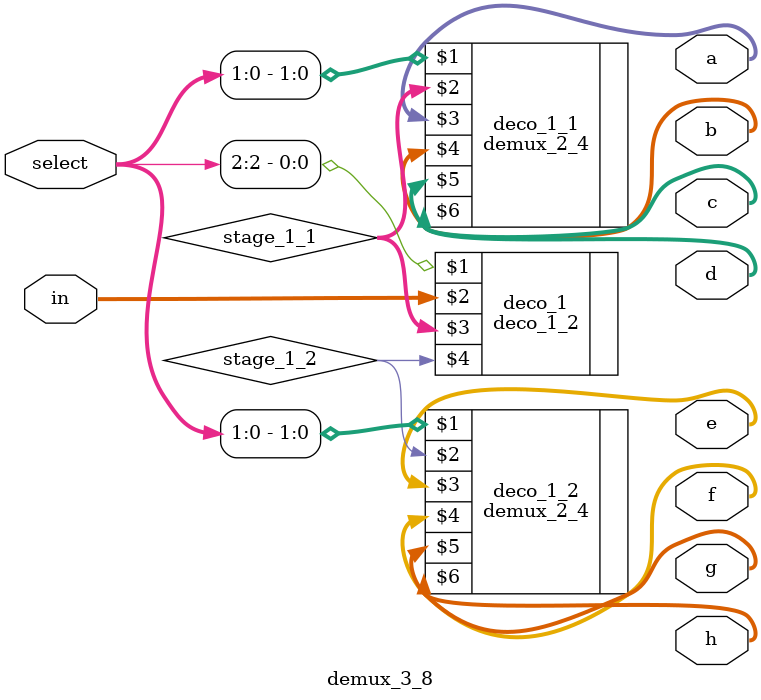
<source format=v>
module demux_3_8 #(parameter bus_size = 8)
	(input  [2:0] select,
		input  [bus_size-1:0] in,
		output  [bus_size-1:0] a,b,c,d,e,f,g,h);
		
		wire [bus_size-1:0] stage_1_1,stage1_2;
		demux_2_4 #(bus_size) deco_1_1(select[1:0],stage_1_1,a,b,c,d);
		demux_2_4 #(bus_size) deco_1_2(select[1:0],stage_1_2,e,f,g,h);
		deco_1_2 #(bus_size) deco_1(select[2],in,stage_1_1,stage_1_2);		
		
		
endmodule 
</source>
